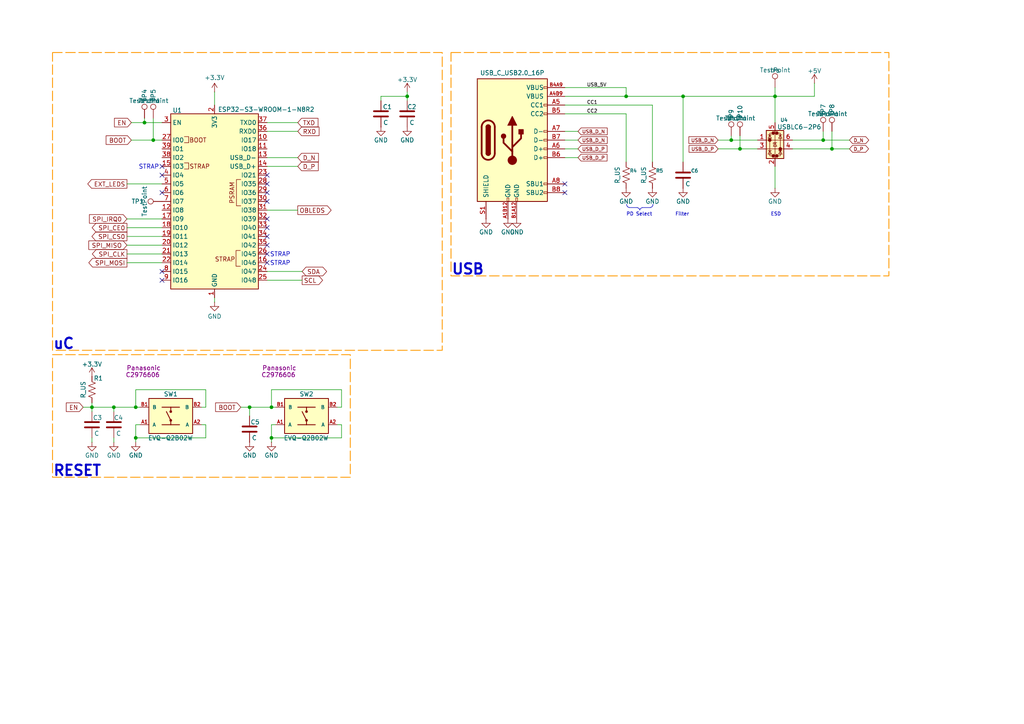
<source format=kicad_sch>
(kicad_sch (version 20250114) (generator "eeschema") (generator_version "9.0")
  (paper "A4")
  (title_block (title "Environment Module") (date "<<release-date>>") (rev "<<tag>>") (comment 1 "<<hash>>"))
  (lib_symbols
    (symbol "CRG Makes:ESP32-S3-WROOM-1-N8R2"
      (property "Reference" "U" (at -12.7 26.67 0))
      (property "Value" "ESP32-S3-WROOM-1-N8R2" (at 14.986 26.67 0))
      (symbol "ESP32-S3-WROOM-1-N8R2_0_0"
        (rectangle (start -12.7 25.4) (end 12.7 -25.4) (stroke (width 0.254)) (fill (type background)))
        (text "PSRAM" (at 5.08 2.54 900) (effects (font (size 1.27 1.27))))
      )
      (symbol "ESP32-S3-WROOM-1-N8R2_0_1"
        (polyline (pts (xy -8.763 17.018) (xy -7.493 17.018) (xy -7.493 18.796) (xy -8.763 18.796)))
        (polyline (pts (xy -8.763 9.398) (xy -7.493 9.398) (xy -7.493 11.176) (xy -8.763 11.176)))
        (polyline (pts (xy 7.493 -18.796) (xy 6.223 -18.796) (xy 6.223 -14.224) (xy 7.493 -14.224)))
        (polyline (pts (xy 7.62 -1.27) (xy 6.35 -1.27) (xy 6.35 6.35) (xy 7.62 6.35)))
      )
      (symbol "ESP32-S3-WROOM-1-N8R2_1_1"
        (text "BOOT" (at -4.826 17.78 0) (effects (font (size 1.27 1.27))))
        (text "STRAP" (at -4.318 10.16 0) (effects (font (size 1.27 1.27))))
        (text "STRAP" (at 3.048 -16.764 0) (effects (font (size 1.27 1.27))))
        (pin input line (at -15.24 22.86 0) (length 2.54) (name "EN") (number "3"))
        (pin bidirectional line (at -15.24 17.78 0) (length 2.54) (name "IO0") (number "27"))
        (pin bidirectional line (at -15.24 15.24 0) (length 2.54) (name "IO1") (number "39"))
        (pin bidirectional line (at -15.24 12.7 0) (length 2.54) (name "IO2") (number "38"))
        (pin bidirectional line (at -15.24 10.16 0) (length 2.54) (name "IO3") (number "15"))
        (pin bidirectional line (at -15.24 7.62 0) (length 2.54) (name "IO4") (number "4"))
        (pin bidirectional line (at -15.24 5.08 0) (length 2.54) (name "IO5") (number "5"))
        (pin bidirectional line (at -15.24 2.54 0) (length 2.54) (name "IO6") (number "6"))
        (pin bidirectional line (at -15.24 0 0) (length 2.54) (name "IO7") (number "7"))
        (pin bidirectional line (at -15.24 -2.54 0) (length 2.54) (name "IO8") (number "12"))
        (pin bidirectional line (at -15.24 -5.08 0) (length 2.54) (name "IO9") (number "17"))
        (pin bidirectional line (at -15.24 -7.62 0) (length 2.54) (name "IO10") (number "18"))
        (pin bidirectional line (at -15.24 -10.16 0) (length 2.54) (name "IO11") (number "19"))
        (pin bidirectional line (at -15.24 -12.7 0) (length 2.54) (name "IO12") (number "20"))
        (pin bidirectional line (at -15.24 -15.24 0) (length 2.54) (name "IO13") (number "21"))
        (pin bidirectional line (at -15.24 -17.78 0) (length 2.54) (name "IO14") (number "22"))
        (pin bidirectional line (at -15.24 -20.32 0) (length 2.54) (name "IO15") (number "8"))
        (pin bidirectional line (at -15.24 -22.86 0) (length 2.54) (name "IO16") (number "9"))
        (pin power_in line (at 0 27.94 270) (length 2.54) (name "3V3") (number "2"))
        (pin power_in line (at 0 -27.94 90) (length 2.54) (name "GND") (number "1"))
        (pin passive line (at 0 -27.94 90) (length 2.54) (hide yes) (name "GND") (number "40"))
        (pin passive line (at 0 -27.94 90) (length 2.54) (hide yes) (name "GND") (number "41"))
        (pin bidirectional line (at 15.24 22.86 180) (length 2.54) (name "TXD0") (number "37"))
        (pin bidirectional line (at 15.24 20.32 180) (length 2.54) (name "RXD0") (number "36"))
        (pin bidirectional line (at 15.24 17.78 180) (length 2.54) (name "IO17") (number "10"))
        (pin bidirectional line (at 15.24 15.24 180) (length 2.54) (name "IO18") (number "11"))
        (pin bidirectional line (at 15.24 12.7 180) (length 2.54) (name "USB_D-") (number "13"))
        (pin bidirectional line (at 15.24 10.16 180) (length 2.54) (name "USB_D+") (number "14"))
        (pin bidirectional line (at 15.24 7.62 180) (length 2.54) (name "IO21") (number "23"))
        (pin bidirectional line (at 15.24 5.08 180) (length 2.54) (name "IO35") (number "28"))
        (pin bidirectional line (at 15.24 2.54 180) (length 2.54) (name "IO36") (number "29"))
        (pin bidirectional line (at 15.24 0 180) (length 2.54) (name "IO37") (number "30"))
        (pin bidirectional line (at 15.24 -2.54 180) (length 2.54) (name "IO38") (number "31"))
        (pin bidirectional line (at 15.24 -5.08 180) (length 2.54) (name "IO39") (number "32"))
        (pin bidirectional line (at 15.24 -7.62 180) (length 2.54) (name "IO40") (number "33"))
        (pin bidirectional line (at 15.24 -10.16 180) (length 2.54) (name "IO41") (number "34"))
        (pin bidirectional line (at 15.24 -12.7 180) (length 2.54) (name "IO42") (number "35"))
        (pin bidirectional line (at 15.24 -15.24 180) (length 2.54) (name "IO45") (number "26"))
        (pin bidirectional line (at 15.24 -17.78 180) (length 2.54) (name "IO46") (number "16"))
        (pin bidirectional line (at 15.24 -20.32 180) (length 2.54) (name "IO47") (number "24"))
        (pin bidirectional line (at 15.24 -22.86 180) (length 2.54) (name "IO48") (number "25"))
      )
    )
    (symbol "CRGM Connector:USB_C_USB2.0_16P" (pin_names (offset 1.016))
      (property "Reference" "J" (at 0 22.225 0))
      (property "Value" "USB_C_USB2.0_16P" (at 0 19.685 0))
      (symbol "USB_C_USB2.0_16P_0_0"
        (rectangle (start -1.524 -16.764) (end -1.016 -17.78))
        (rectangle (start 1.016 -16.764) (end 1.524 -17.78))
        (rectangle (start 10.16 15.494) (end 9.144 14.986))
        (rectangle (start 10.16 10.414) (end 9.144 9.906))
        (rectangle (start 10.16 7.874) (end 9.144 7.366))
        (rectangle (start 10.16 2.794) (end 9.144 2.286))
        (rectangle (start 10.16 0.254) (end 9.144 -0.254))
        (rectangle (start 10.16 -2.286) (end 9.144 -2.794))
        (rectangle (start 10.16 -4.826) (end 9.144 -5.334))
        (rectangle (start 10.16 -12.446) (end 9.144 -12.954))
        (rectangle (start 10.16 -14.986) (end 9.144 -15.494))
      )
      (symbol "USB_C_USB2.0_16P_0_1"
        (rectangle (start -10.16 17.78) (end 10.16 -17.78) (stroke (width 0.254)) (fill (type background)))
        (polyline (pts (xy -8.89 -3.81) (xy -8.89 3.81)) (stroke (width 0.508)))
        (rectangle (start -7.62 -3.81) (end -6.35 3.81) (stroke (width 0.254)) (fill (type outline)))
        (arc (start -7.62 3.81) (mid -6.985 4.4423) (end -6.35 3.81) (stroke (width 0.254)))
        (arc (start -7.62 3.81) (mid -6.985 4.4423) (end -6.35 3.81) (stroke (width 0.254)) (fill (type outline)))
        (arc (start -8.89 3.81) (mid -6.985 5.7067) (end -5.08 3.81) (stroke (width 0.508)))
        (arc (start -5.08 -3.81) (mid -6.985 -5.7067) (end -8.89 -3.81) (stroke (width 0.508)))
        (arc (start -6.35 -3.81) (mid -6.985 -4.4423) (end -7.62 -3.81) (stroke (width 0.254)))
        (arc (start -6.35 -3.81) (mid -6.985 -4.4423) (end -7.62 -3.81) (stroke (width 0.254)) (fill (type outline)))
        (polyline (pts (xy -5.08 3.81) (xy -5.08 -3.81)) (stroke (width 0.508)))
        (circle (center -2.54 1.143) (radius 0.635) (stroke (width 0.254)) (fill (type outline)))
        (polyline (pts (xy -1.27 4.318) (xy 0 6.858) (xy 1.27 4.318) (xy -1.27 4.318)) (stroke (width 0.254)) (fill (type outline)))
        (polyline (pts (xy 0 -2.032) (xy 2.54 0.508) (xy 2.54 1.778)) (stroke (width 0.508)))
        (polyline (pts (xy 0 -3.302) (xy -2.54 -0.762) (xy -2.54 0.508)) (stroke (width 0.508)))
        (polyline (pts (xy 0 -5.842) (xy 0 4.318)) (stroke (width 0.508)))
        (circle (center 0 -5.842) (radius 1.27) (fill (type outline)))
        (rectangle (start 1.905 1.778) (end 3.175 3.048) (stroke (width 0.254)) (fill (type outline)))
      )
      (symbol "USB_C_USB2.0_16P_1_1"
        (pin passive line (at -7.62 -22.86 90) (length 5.08) (name "SHIELD") (number "S1"))
        (pin passive line (at -1.27 -22.86 90) (length 5.08) (name "GND") (number "A1B12"))
        (pin passive line (at 1.27 -22.86 90) (length 5.08) (name "GND") (number "B1A12"))
        (pin power_out line (at 15.24 15.24 180) (length 5.08) (name "VBUS") (number "B4A9"))
        (pin passive line (at 15.24 12.7 180) (length 5.08) (name "VBUS") (number "A4B9"))
        (pin bidirectional line (at 15.24 10.16 180) (length 5.08) (name "CC1") (number "A5"))
        (pin bidirectional line (at 15.24 7.62 180) (length 5.08) (name "CC2") (number "B5"))
        (pin bidirectional line (at 15.24 2.54 180) (length 5.08) (name "D-") (number "A7"))
        (pin bidirectional line (at 15.24 0 180) (length 5.08) (name "D-") (number "B7"))
        (pin bidirectional line (at 15.24 -2.54 180) (length 5.08) (name "D+") (number "A6"))
        (pin bidirectional line (at 15.24 -5.08 180) (length 5.08) (name "D+") (number "B6"))
        (pin bidirectional line (at 15.24 -12.7 180) (length 5.08) (name "SBU1") (number "A8"))
        (pin bidirectional line (at 15.24 -15.24 180) (length 5.08) (name "SBU2") (number "B8"))
      )
    )
    (symbol "CRGM Switches:EVQ-Q2B02W" (pin_names (offset 1.016))
      (property "Reference" "SW" (at -6.3593 5.5931 0))
      (property "Value" "EVQ-Q2B02W" (at -6.604 -7.112 0))
      (symbol "EVQ-Q2B02W_0_0"
        (rectangle (start -6.35 5.08) (end 6.35 -5.08) (stroke (width 0.254)) (fill (type background)))
        (polyline (pts (xy -2.54 2.54) (xy 0 2.54)) (stroke (width 0.254)))
        (polyline (pts (xy -2.54 -2.54) (xy 0 -2.54)) (stroke (width 0.254)))
        (polyline (pts (xy 0 2.54) (xy 2.54 2.54)) (stroke (width 0.254)))
        (circle (center 0 1.27) (radius 0.254) (stroke (width 0.254)))
        (polyline (pts (xy 0 1.27) (xy 0 2.54)) (stroke (width 0.254)))
        (polyline (pts (xy 0 -1.27) (xy -1.27 1.27)) (stroke (width 0.254)))
        (polyline (pts (xy 0 -1.27) (xy 0 -2.54)) (stroke (width 0.254)))
        (circle (center 0 -1.27) (radius 0.254) (stroke (width 0.254)))
        (polyline (pts (xy 0 -2.54) (xy 2.54 -2.54)) (stroke (width 0.254)))
      )
      (symbol "EVQ-Q2B02W_1_0"
        (pin passive line (at -8.89 2.54 0) (length 2.54) (name "B") (number "B1"))
        (pin passive line (at -8.89 -2.54 0) (length 2.54) (name "A") (number "A1"))
        (pin passive line (at 8.89 2.54 180) (length 2.54) (name "B") (number "B2"))
        (pin passive line (at 8.89 -2.54 180) (length 2.54) (name "A") (number "A2"))
      )
    )
    (symbol "Connector:TestPoint" (pin_numbers (hide yes)) (pin_names (offset 0.762) (hide yes))
      (property "Reference" "TP" (at 0 6.858 0))
      (property "Value" "TestPoint" (at 0 5.08 0))
      (symbol "TestPoint_0_1"
        (circle (center 0 3.302) (radius 0.762))
      )
      (symbol "TestPoint_1_1"
        (pin passive line (at 0 0 90) (length 2.54) (name "1") (number "1"))
      )
    )
    (symbol "Device:C" (pin_numbers (hide yes)) (pin_names (offset 0.254))
      (property "Reference" "C" (at 0.635 2.54 0))
      (property "Value" "C" (at 0.635 -2.54 0))
      (symbol "C_0_1"
        (polyline (pts (xy -2.032 0.762) (xy 2.032 0.762)) (stroke (width 0.508)))
        (polyline (pts (xy -2.032 -0.762) (xy 2.032 -0.762)) (stroke (width 0.508)))
      )
      (symbol "C_1_1"
        (pin passive line (at 0 3.81 270) (length 2.794) (name "~") (number "1"))
        (pin passive line (at 0 -3.81 90) (length 2.794) (name "~") (number "2"))
      )
    )
    (symbol "Device:R_US" (pin_numbers (hide yes)) (pin_names (offset 0))
      (property "Reference" "R" (at 2.54 0 90))
      (property "Value" "R_US" (at -2.54 0 90))
      (symbol "R_US_0_1"
        (polyline (pts (xy 0 2.286) (xy 0 2.54)))
        (polyline (pts (xy 0 2.286) (xy 1.016 1.905) (xy 0 1.524) (xy -1.016 1.143) (xy 0 0.762)))
        (polyline (pts (xy 0 0.762) (xy 1.016 0.381) (xy 0 0) (xy -1.016 -0.381) (xy 0 -0.762)))
        (polyline (pts (xy 0 -0.762) (xy 1.016 -1.143) (xy 0 -1.524) (xy -1.016 -1.905) (xy 0 -2.286)))
        (polyline (pts (xy 0 -2.286) (xy 0 -2.54)))
      )
      (symbol "R_US_1_1"
        (pin passive line (at 0 3.81 270) (length 1.27) (name "~") (number "1"))
        (pin passive line (at 0 -3.81 90) (length 1.27) (name "~") (number "2"))
      )
    )
    (symbol "Power_Protection:USBLC6-2P6" (pin_names (hide yes))
      (property "Reference" "U" (at 0.635 5.715 0))
      (property "Value" "USBLC6-2P6" (at 0.635 3.81 0))
      (symbol "USBLC6-2P6_0_0"
        (circle (center -1.524 0) (radius 0.0001) (stroke (width 0.508)))
        (circle (center -0.508 2.032) (radius 0.0001) (stroke (width 0.508)))
        (circle (center -0.508 -4.572) (radius 0.0001) (stroke (width 0.508)))
        (circle (center 0.508 2.032) (radius 0.0001) (stroke (width 0.508)))
        (circle (center 0.508 -4.572) (radius 0.0001) (stroke (width 0.508)))
        (circle (center 1.524 -2.54) (radius 0.0001) (stroke (width 0.508)))
      )
      (symbol "USBLC6-2P6_0_1"
        (polyline (pts (xy -2.54 0) (xy 2.54 0)))
        (polyline (pts (xy -2.54 -2.54) (xy 2.54 -2.54)))
        (polyline (pts (xy -2.032 0.508) (xy -1.016 0.508) (xy -1.524 1.524) (xy -2.032 0.508)))
        (polyline (pts (xy -2.032 -3.048) (xy -1.016 -3.048)))
        (polyline (pts (xy -1.016 1.524) (xy -2.032 1.524)))
        (polyline (pts (xy -1.016 -4.064) (xy -2.032 -4.064) (xy -1.524 -3.048) (xy -1.016 -4.064)))
        (polyline (pts (xy -0.508 -1.143) (xy -0.508 -0.762) (xy 0.508 -0.762)))
        (polyline (pts (xy 0 2.54) (xy -0.508 2.032) (xy 0.508 2.032) (xy 0 1.524) (xy 0 -4.064) (xy -0.508 -4.572) (xy 0.508 -4.572) (xy 0 -5.08)))
        (polyline (pts (xy 0.508 -1.778) (xy -0.508 -1.778) (xy 0 -0.762) (xy 0.508 -1.778)))
        (polyline (pts (xy 1.016 1.524) (xy 2.032 1.524)))
        (polyline (pts (xy 1.016 -3.048) (xy 2.032 -3.048)))
        (polyline (pts (xy 2.032 0.508) (xy 1.016 0.508) (xy 1.524 1.524) (xy 2.032 0.508)))
        (polyline (pts (xy 2.032 -4.064) (xy 1.016 -4.064) (xy 1.524 -3.048) (xy 2.032 -4.064)))
      )
      (symbol "USBLC6-2P6_1_1"
        (rectangle (start -2.54 2.794) (end 2.54 -5.334) (stroke (width 0.254)) (fill (type background)))
        (polyline (pts (xy -0.508 2.032) (xy -1.524 2.032) (xy -1.524 -4.572) (xy -0.508 -4.572)))
        (polyline (pts (xy 0.508 -4.572) (xy 1.524 -4.572) (xy 1.524 2.032) (xy 0.508 2.032)))
        (pin passive line (at -5.08 0 0) (length 2.54) (name "I/O1") (number "1"))
        (pin passive line (at -5.08 -2.54 0) (length 2.54) (name "I/O2") (number "3"))
        (pin passive line (at 0 5.08 270) (length 2.54) (name "VBUS") (number "5"))
        (pin passive line (at 0 -7.62 90) (length 2.54) (name "GND") (number "2"))
        (pin passive line (at 5.08 0 180) (length 2.54) (name "I/O1") (number "6"))
        (pin passive line (at 5.08 -2.54 180) (length 2.54) (name "I/O2") (number "4"))
      )
    )
    (symbol "power:+3.3V" (power) (pin_numbers (hide yes)) (pin_names (offset 0) (hide yes))
      (property "Value" "+3.3V" (at 0 3.556 0))
      (symbol "+3.3V_0_1"
        (polyline (pts (xy -0.762 1.27) (xy 0 2.54)))
        (polyline (pts (xy 0 2.54) (xy 0.762 1.27)))
        (polyline (pts (xy 0 0) (xy 0 2.54)))
      )
      (symbol "+3.3V_1_1"
        (pin power_in line (at 0 0 90) (length 0) (name "~") (number "1"))
      )
    )
    (symbol "power:+5V" (power) (pin_numbers (hide yes)) (pin_names (offset 0) (hide yes))
      (property "Value" "+5V" (at 0 3.556 0))
      (symbol "+5V_0_1"
        (polyline (pts (xy -0.762 1.27) (xy 0 2.54)))
        (polyline (pts (xy 0 2.54) (xy 0.762 1.27)))
        (polyline (pts (xy 0 0) (xy 0 2.54)))
      )
      (symbol "+5V_1_1"
        (pin power_in line (at 0 0 90) (length 0) (name "~") (number "1"))
      )
    )
    (symbol "power:GND" (power) (pin_numbers (hide yes)) (pin_names (offset 0) (hide yes))
      (property "Value" "GND" (at 0 -3.81 0))
      (symbol "GND_0_1"
        (polyline (pts (xy 0 0) (xy 0 -1.27) (xy 1.27 -1.27) (xy 0 -2.54) (xy -1.27 -1.27) (xy 0 -1.27)))
      )
      (symbol "GND_1_1"
        (pin power_in line (at 0 0 270) (length 0) (name "~") (number "1"))
      )
    )
  )
  (rectangle (start 15.24 102.87) (end 101.6 138.43) (stroke (width 0.254) (type dash) (color 255 153 0 1)))
  (rectangle (start 130.81 15.24) (end 257.81 80.01) (stroke (width 0.254) (type dash) (color 255 153 0 1)))
  (rectangle (start 15.24 15.24) (end 128.27 101.6) (stroke (width 0.254) (type dash) (color 255 153 0 1)))
  (text "RESET" (at 15.24 138.43 0) (effects (font (size 3 3) (thickness 0.6) (bold yes)) (justify left bottom)))
  (text "PD Select" (at 185.42 62.23 0) (effects (font (size 1 1))))
  (text "Filter" (at 197.866 62.23 0) (effects (font (size 1 1))))
  (text "STRAP" (at 43.18 48.514 0) (effects (font (size 1.27 1.27))))
  (text "ESD" (at 225.044 62.23 0) (effects (font (size 1 1))))
  (text "USB" (exclude_from_sim yes) (at 130.81 80.01 0) (effects (font (size 3 3) (thickness 0.6) (bold yes)) (justify left bottom)))
  (text "uC" (at 15.24 101.6 0) (effects (font (size 3 3) (thickness 0.6) (bold yes)) (justify left bottom)))
  (text "STRAP" (at 81.28 76.454 0) (effects (font (size 1.27 1.27))))
  (text "{" (at 185.166 60.452 90) (effects (font (size 5 5))))
  (text "STRAP" (at 81.28 73.914 0) (effects (font (size 1.27 1.27))))
  (junction (at 238.76 40.64))
  (junction (at 39.37 118.11))
  (junction (at 181.61 27.94))
  (junction (at 214.63 43.18))
  (junction (at 72.39 118.11))
  (junction (at 26.67 118.11))
  (junction (at 39.37 127))
  (junction (at 78.74 127))
  (junction (at 224.79 27.94))
  (junction (at 241.3 43.18))
  (junction (at 78.74 118.11))
  (junction (at 198.12 27.94))
  (junction (at 212.09 40.64))
  (junction (at 33.02 118.11))
  (junction (at 118.11 27.94))
  (junction (at 41.91 35.56))
  (junction (at 44.45 40.64))
  (no_connect (at 77.47 71.12))
  (no_connect (at 46.99 55.88))
  (no_connect (at 46.99 50.8))
  (no_connect (at 77.47 66.04))
  (no_connect (at 163.83 55.88))
  (no_connect (at 77.47 63.5))
  (no_connect (at 77.47 68.58))
  (no_connect (at 77.47 53.34))
  (no_connect (at 46.99 48.26))
  (no_connect (at 77.47 76.2))
  (no_connect (at 77.47 73.66))
  (no_connect (at 77.47 58.42))
  (no_connect (at 77.47 50.8))
  (no_connect (at 46.99 78.74))
  (no_connect (at 46.99 81.28))
  (no_connect (at 77.47 55.88))
  (no_connect (at 163.83 53.34))
  (wire (pts (xy 36.83 73.66) (xy 46.99 73.66)))
  (wire (pts (xy 99.06 113.03) (xy 78.74 113.03)))
  (wire (pts (xy 62.23 26.67) (xy 62.23 30.48)))
  (wire (pts (xy 77.47 81.28) (xy 87.63 81.28)))
  (wire (pts (xy 224.79 27.94) (xy 224.79 35.56)))
  (wire (pts (xy 99.06 123.19) (xy 99.06 127)))
  (wire (pts (xy 72.39 118.11) (xy 72.39 120.65)))
  (wire (pts (xy 69.85 118.11) (xy 72.39 118.11)))
  (wire (pts (xy 26.67 118.11) (xy 26.67 119.38)))
  (wire (pts (xy 36.83 71.12) (xy 46.99 71.12)))
  (wire (pts (xy 39.37 128.27) (xy 39.37 127)))
  (wire (pts (xy 229.87 40.64) (xy 238.76 40.64)))
  (wire (pts (xy 181.61 33.02) (xy 181.61 46.99)))
  (wire (pts (xy 36.83 53.34) (xy 46.99 53.34)))
  (wire (pts (xy 78.74 123.19) (xy 78.74 127)))
  (wire (pts (xy 238.76 38.1) (xy 238.76 40.64)))
  (wire (pts (xy 78.74 113.03) (xy 78.74 118.11)))
  (wire (pts (xy 97.79 123.19) (xy 99.06 123.19)))
  (wire (pts (xy 59.69 118.11) (xy 59.69 113.03)))
  (wire (pts (xy 224.79 25.4) (xy 224.79 27.94)))
  (wire (pts (xy 198.12 46.99) (xy 198.12 27.94)))
  (wire (pts (xy 208.28 40.64) (xy 212.09 40.64)))
  (wire (pts (xy 181.61 25.4) (xy 181.61 27.94)))
  (wire (pts (xy 97.79 118.11) (xy 99.06 118.11)))
  (wire (pts (xy 33.02 118.11) (xy 33.02 119.38)))
  (wire (pts (xy 198.12 27.94) (xy 224.79 27.94)))
  (wire (pts (xy 78.74 118.11) (xy 80.01 118.11)))
  (wire (pts (xy 77.47 45.72) (xy 86.36 45.72)))
  (wire (pts (xy 214.63 43.18) (xy 219.71 43.18)))
  (wire (pts (xy 59.69 127) (xy 39.37 127)))
  (wire (pts (xy 110.49 27.94) (xy 118.11 27.94)))
  (wire (pts (xy 163.83 27.94) (xy 181.61 27.94)))
  (wire (pts (xy 59.69 113.03) (xy 39.37 113.03)))
  (wire (pts (xy 110.49 27.94) (xy 110.49 29.21)))
  (wire (pts (xy 163.83 25.4) (xy 181.61 25.4)))
  (wire (pts (xy 41.91 34.29) (xy 41.91 35.56)))
  (wire (pts (xy 77.47 60.96) (xy 86.36 60.96)))
  (wire (pts (xy 241.3 38.1) (xy 241.3 43.18)))
  (wire (pts (xy 163.83 38.1) (xy 167.64 38.1)))
  (wire (pts (xy 44.45 40.64) (xy 46.99 40.64)))
  (wire (pts (xy 181.61 27.94) (xy 198.12 27.94)))
  (wire (pts (xy 189.23 30.48) (xy 189.23 46.99)))
  (wire (pts (xy 24.13 118.11) (xy 26.67 118.11)))
  (wire (pts (xy 229.87 43.18) (xy 241.3 43.18)))
  (wire (pts (xy 59.69 123.19) (xy 59.69 127)))
  (wire (pts (xy 41.91 35.56) (xy 46.99 35.56)))
  (wire (pts (xy 58.42 118.11) (xy 59.69 118.11)))
  (wire (pts (xy 212.09 39.37) (xy 212.09 40.64)))
  (wire (pts (xy 39.37 113.03) (xy 39.37 118.11)))
  (wire (pts (xy 99.06 118.11) (xy 99.06 113.03)))
  (wire (pts (xy 77.47 38.1) (xy 86.36 38.1)))
  (wire (pts (xy 163.83 45.72) (xy 167.64 45.72)))
  (wire (pts (xy 80.01 123.19) (xy 78.74 123.19)))
  (wire (pts (xy 163.83 40.64) (xy 167.64 40.64)))
  (wire (pts (xy 39.37 123.19) (xy 40.64 123.19)))
  (wire (pts (xy 241.3 43.18) (xy 246.38 43.18)))
  (wire (pts (xy 38.1 35.56) (xy 41.91 35.56)))
  (wire (pts (xy 77.47 35.56) (xy 86.36 35.56)))
  (wire (pts (xy 224.79 27.94) (xy 236.22 27.94)))
  (wire (pts (xy 39.37 127) (xy 39.37 123.19)))
  (wire (pts (xy 36.83 66.04) (xy 46.99 66.04)))
  (wire (pts (xy 118.11 26.67) (xy 118.11 27.94)))
  (wire (pts (xy 118.11 27.94) (xy 118.11 29.21)))
  (wire (pts (xy 39.37 118.11) (xy 40.64 118.11)))
  (wire (pts (xy 58.42 123.19) (xy 59.69 123.19)))
  (wire (pts (xy 36.83 63.5) (xy 46.99 63.5)))
  (wire (pts (xy 26.67 118.11) (xy 33.02 118.11)))
  (wire (pts (xy 236.22 24.13) (xy 236.22 27.94)))
  (wire (pts (xy 36.83 76.2) (xy 46.99 76.2)))
  (wire (pts (xy 33.02 118.11) (xy 39.37 118.11)))
  (wire (pts (xy 163.83 43.18) (xy 167.64 43.18)))
  (wire (pts (xy 33.02 128.27) (xy 33.02 127)))
  (wire (pts (xy 163.83 30.48) (xy 189.23 30.48)))
  (wire (pts (xy 212.09 40.64) (xy 219.71 40.64)))
  (wire (pts (xy 99.06 127) (xy 78.74 127)))
  (wire (pts (xy 77.47 78.74) (xy 87.63 78.74)))
  (wire (pts (xy 72.39 118.11) (xy 78.74 118.11)))
  (wire (pts (xy 77.47 48.26) (xy 86.36 48.26)))
  (wire (pts (xy 78.74 127) (xy 78.74 128.27)))
  (wire (pts (xy 38.1 40.64) (xy 44.45 40.64)))
  (wire (pts (xy 208.28 43.18) (xy 214.63 43.18)))
  (wire (pts (xy 26.67 116.84) (xy 26.67 118.11)))
  (wire (pts (xy 224.79 54.61) (xy 224.79 48.26)))
  (wire (pts (xy 62.23 87.63) (xy 62.23 86.36)))
  (wire (pts (xy 238.76 40.64) (xy 246.38 40.64)))
  (wire (pts (xy 44.45 34.29) (xy 44.45 40.64)))
  (wire (pts (xy 36.83 68.58) (xy 46.99 68.58)))
  (wire (pts (xy 214.63 39.37) (xy 214.63 43.18)))
  (wire (pts (xy 26.67 128.27) (xy 26.67 127)))
  (wire (pts (xy 163.83 33.02) (xy 181.61 33.02)))
  (label "CC1" (at 170.18 30.48 0) (effects (font (size 1 1))))
  (label "CC2" (at 170.18 33.02 0) (effects (font (size 1 1))))
  (label "USB_5V" (at 170.18 25.4 0) (effects (font (size 1 1))))
  (global_label "USB_D_N" (shape input) (at 167.64 38.1 0) (effects (font (size 1 1))) (property "Intersheetrefs" "${INTERSHEET_REFS}" (at 178.9709 38.1 0) (effects (justify left))))
  (global_label "SPI_IRQ0" (shape input) (at 36.83 63.5 180) (property "Intersheetrefs" "${INTERSHEET_REFS}" (at 25.3781 63.5 0) (effects (justify right))))
  (global_label "SPI_CS0" (shape output) (at 36.83 68.58 180) (property "Intersheetrefs" "${INTERSHEET_REFS}" (at 26.1039 68.58 0) (effects (justify right))))
  (global_label "SCL" (shape output) (at 87.63 81.28 0) (property "Intersheetrefs" "${INTERSHEET_REFS}" (at 94.1228 81.28 0) (effects (justify left))))
  (global_label "SPI_MISO" (shape input) (at 36.83 71.12 180) (property "Intersheetrefs" "${INTERSHEET_REFS}" (at 25.1967 71.12 0) (effects (justify right))))
  (global_label "USB_D_N" (shape input) (at 167.64 40.64 0) (effects (font (size 1 1))) (property "Intersheetrefs" "${INTERSHEET_REFS}" (at 178.9709 40.64 0) (effects (justify left))))
  (global_label "SPI_CE0" (shape output) (at 36.83 66.04 180) (property "Intersheetrefs" "${INTERSHEET_REFS}" (at 26.1644 66.04 0) (effects (justify right))))
  (global_label "SDA" (shape bidirectional) (at 87.63 78.74 0) (property "Intersheetrefs" "${INTERSHEET_REFS}" (at 95.2946 78.74 0) (effects (justify left))))
  (global_label "D_N" (shape input) (at 86.36 45.72 0) (property "Intersheetrefs" "${INTERSHEET_REFS}" (at 92.9133 45.72 0) (effects (justify left))))
  (global_label "D_P" (shape input) (at 86.36 48.26 0) (property "Intersheetrefs" "${INTERSHEET_REFS}" (at 92.8528 48.26 0) (effects (justify left))))
  (global_label "SPI_CLK" (shape output) (at 36.83 73.66 180) (property "Intersheetrefs" "${INTERSHEET_REFS}" (at 26.2248 73.66 0) (effects (justify right))))
  (global_label "SPI_MOSI" (shape output) (at 36.83 76.2 180) (property "Intersheetrefs" "${INTERSHEET_REFS}" (at 25.1967 76.2 0) (effects (justify right))))
  (global_label "D_N" (shape bidirectional) (at 246.38 40.64 0) (effects (font (size 1 1))) (property "Intersheetrefs" "${INTERSHEET_REFS}" (at 252.4148 40.64 0) (effects (justify left))))
  (global_label "EXT_LEDS" (shape output) (at 36.83 53.34 180) (property "Intersheetrefs" "${INTERSHEET_REFS}" (at 24.8945 53.34 0) (effects (justify right))))
  (global_label "D_P" (shape bidirectional) (at 246.38 43.18 0) (effects (font (size 1 1))) (property "Intersheetrefs" "${INTERSHEET_REFS}" (at 252.3672 43.18 0) (effects (justify left))))
  (global_label "EN" (shape input) (at 38.1 35.56 180) (property "Intersheetrefs" "${INTERSHEET_REFS}" (at 32.6353 35.56 0) (effects (justify right))))
  (global_label "USB_D_N" (shape input) (at 208.28 40.64 180) (effects (font (size 1 1))) (property "Intersheetrefs" "${INTERSHEET_REFS}" (at 196.9491 40.64 0) (effects (justify right))))
  (global_label "USB_D_P" (shape input) (at 167.64 43.18 0) (effects (font (size 1 1))) (property "Intersheetrefs" "${INTERSHEET_REFS}" (at 178.9104 43.18 0) (effects (justify left))))
  (global_label "BOOT" (shape input) (at 69.85 118.11 180) (property "Intersheetrefs" "${INTERSHEET_REFS}" (at 61.9662 118.11 0) (effects (justify right))))
  (global_label "EN" (shape input) (at 24.13 118.11 180) (property "Intersheetrefs" "${INTERSHEET_REFS}" (at 18.6653 118.11 0) (effects (justify right))))
  (global_label "OBLEDS" (shape output) (at 86.36 60.96 0) (property "Intersheetrefs" "${INTERSHEET_REFS}" (at 96.6023 60.96 0) (effects (justify left))))
  (global_label "USB_D_P" (shape input) (at 167.64 45.72 0) (effects (font (size 1 1))) (property "Intersheetrefs" "${INTERSHEET_REFS}" (at 178.9104 45.72 0) (effects (justify left))))
  (global_label "TXD" (shape input) (at 86.36 35.56 0) (property "Intersheetrefs" "${INTERSHEET_REFS}" (at 92.7923 35.56 0) (effects (justify left))))
  (global_label "RXD" (shape input) (at 86.36 38.1 0) (property "Intersheetrefs" "${INTERSHEET_REFS}" (at 93.0947 38.1 0) (effects (justify left))))
  (global_label "BOOT" (shape input) (at 38.1 40.64 180) (property "Intersheetrefs" "${INTERSHEET_REFS}" (at 30.2162 40.64 0) (effects (justify right))))
  (global_label "USB_D_P" (shape input) (at 208.28 43.18 180) (effects (font (size 1 1))) (property "Intersheetrefs" "${INTERSHEET_REFS}" (at 197.0096 43.18 0) (effects (justify right))))
  (symbol (lib_id "power:+3.3V") (at 26.67 109.22 0) (unit 1)
    (property "Reference" "#PWR06" (effects (hide yes)))
    (property "Value" "+3.3V" (at 26.67 105.664 0))
    (property "Description" "Power symbol creates a global label with name \"+3.3V\"" (effects (hide yes)))
  )
  (symbol (lib_id "Connector:TestPoint") (at 214.63 39.37 0) (unit 1)
    (property "Reference" "TP10" (at 214.63 35.306 90) (effects (justify left)))
    (property "Value" "TestPoint" (at 214.63 34.29 0))
    (property "Description" "test point" (effects (hide yes)))
  )
  (symbol (lib_id "power:GND") (at 78.74 128.27 0) (unit 1)
    (property "Reference" "#PWR010" (effects (hide yes)))
    (property "Value" "GND" (at 78.74 132.08 0))
    (property "Description" "Power symbol creates a global label with name \"GND\" , ground" (effects (hide yes)))
  )
  (symbol (lib_id "Connector:TestPoint") (at 212.09 39.37 0) (unit 1)
    (property "Reference" "TP9" (at 212.09 35.306 90) (effects (justify left)))
    (property "Value" "TestPoint" (at 212.09 34.29 0))
    (property "Description" "test point" (effects (hide yes)))
  )
  (symbol (lib_id "Device:C") (at 72.39 124.46 0) (unit 1)
    (property "Reference" "C5" (at 72.644 122.428 0) (effects (justify left)))
    (property "Value" "C" (at 73.025 127 0) (effects (justify left)))
    (property "Description" "Unpolarized capacitor" (effects (hide yes)))
  )
  (symbol (lib_id "power:GND") (at 189.23 54.61 0) (unit 1)
    (property "Reference" "#PWR031" (effects (hide yes)))
    (property "Value" "GND" (at 189.23 58.42 0))
    (property "Description" "Power symbol creates a global label with name \"GND\" , ground" (effects (hide yes)))
  )
  (symbol (lib_id "Connector:TestPoint") (at 46.99 58.42 90) (unit 1)
    (property "Reference" "TP1" (at 38.1 58.42 90) (effects (justify right)))
    (property "Value" "TestPoint" (at 41.91 58.42 0))
    (property "Description" "test point" (effects (hide yes)))
  )
  (symbol (lib_id "Power_Protection:USBLC6-2P6") (at 224.79 40.64 0) (unit 1)
    (property "Reference" "U4" (at 226.314 34.798 0) (effects (font (size 1 1)) (justify left)))
    (property "Value" "USBLC6-2P6" (at 225.425 36.83 0) (effects (justify left)))
    (property "Footprint" "Package_TO_SOT_SMD:SOT-666" (effects (hide yes)))
    (property "Datasheet" "https://www.st.com/resource/en/datasheet/usblc6-2.pdf" (effects (hide yes)))
    (property "Description" "Very low capacitance ESD protection diode, 2 data-line, SOT-666" (effects (hide yes)))
  )
  (symbol (lib_id "Connector:TestPoint") (at 238.76 38.1 0) (unit 1)
    (property "Reference" "TP7" (at 238.76 33.782 90) (effects (justify left)))
    (property "Value" "TestPoint" (at 238.76 33.02 0))
    (property "Description" "test point" (effects (hide yes)))
  )
  (symbol (lib_id "Device:C") (at 198.12 50.8 0) (unit 1)
    (property "Reference" "C6" (at 200.406 49.53 0) (effects (font (size 1 1)) (justify left)))
    (property "Value" "C" (at 198.755 53.34 0) (effects (justify left)))
    (property "Description" "Unpolarized capacitor" (effects (hide yes)))
  )
  (symbol (lib_id "power:+3.3V") (at 62.23 26.67 0) (unit 1)
    (property "Reference" "#PWR01" (effects (hide yes)))
    (property "Value" "+3.3V" (at 62.23 22.5369 0))
    (property "Description" "Power symbol creates a global label with name \"+3.3V\"" (effects (hide yes)))
  )
  (symbol (lib_id "Device:C") (at 118.11 33.02 0) (unit 1)
    (property "Reference" "C2" (at 118.11 30.988 0) (effects (justify left)))
    (property "Value" "C" (at 118.745 35.56 0) (effects (justify left)))
    (property "Description" "Unpolarized capacitor" (effects (hide yes)))
  )
  (symbol (lib_id "power:GND") (at 147.32 63.5 0) (unit 1)
    (property "Reference" "#PWR036" (effects (hide yes)))
    (property "Value" "GND" (at 147.32 67.31 0))
    (property "Description" "Power symbol creates a global label with name \"GND\" , ground" (effects (hide yes)))
  )
  (symbol (lib_id "power:GND") (at 72.39 128.27 0) (unit 1)
    (property "Reference" "#PWR011" (effects (hide yes)))
    (property "Value" "GND" (at 72.39 132.08 0))
    (property "Description" "Power symbol creates a global label with name \"GND\" , ground" (effects (hide yes)))
  )
  (symbol (lib_id "Connector:TestPoint") (at 41.91 34.29 0) (unit 1)
    (property "Reference" "TP4" (at 41.91 29.464 90) (effects (justify left)))
    (property "Value" "TestPoint" (at 41.91 29.21 0))
    (property "Description" "test point" (effects (hide yes)))
  )
  (symbol (lib_id "Device:R_US") (at 26.67 113.03 0) (unit 1)
    (property "Reference" "R1" (at 27.178 109.728 0) (effects (justify left)))
    (property "Value" "R_US" (at 24.13 113.03 90))
    (property "Description" "Resistor, US symbol" (effects (hide yes)))
  )
  (symbol (lib_id "power:GND") (at 224.79 54.61 0) (unit 1)
    (property "Reference" "#PWR033" (effects (hide yes)))
    (property "Value" "GND" (at 224.79 58.42 0))
    (property "Description" "Power symbol creates a global label with name \"GND\" , ground" (effects (hide yes)))
  )
  (symbol (lib_id "power:+5V") (at 236.22 24.13 0) (unit 1)
    (property "Reference" "#PWR026" (effects (hide yes)))
    (property "Value" "+5V" (at 236.22 20.574 0))
    (property "Description" "Power symbol creates a global label with name \"+5V\"" (effects (hide yes)))
  )
  (symbol (lib_id "CRGM Switches:EVQ-Q2B02W") (at 88.9 120.65 0) (unit 1)
    (property "Reference" "SW2" (at 88.9 114.3 0))
    (property "Value" "EVQ-Q2B02W" (at 82.296 127.762 0) (effects (justify left bottom)))
    (property "Footprint" "CRGM Switches:EVQ-Q2B02W" (effects (hide yes)))
    (property "Datasheet" "https://4donline.ihs.com/images/VipMasterIC/IC/PANA/PANA-S-A0000770395/PANA-S-A0000770395-1.pdf?hkey=CECEF36DEECDED6468708AAF2E19C0C6" (effects (hide yes)))
    (property "Description" "Tactile Switch; SPST; 6mm Sqr SMD; OF=0.5N; Hgt=2.5mm; White; No Gnd" (effects (hide yes)))
    (property "Package" "SMD, 6MM SQ" (effects (hide yes)))
    (property "MPN" "EVQ-Q2B02W" (effects (hide yes)))
    (property "MF" "Panasonic" (at 81.026 107.442 0) (effects (justify bottom)))
    (property "LCSC_PN" "C2976606" (at 80.772 108.712 0))
  )
  (symbol (lib_id "power:GND") (at 118.11 36.83 0) (unit 1)
    (property "Reference" "#PWR04" (effects (hide yes)))
    (property "Value" "GND" (at 118.11 40.64 0))
    (property "Description" "Power symbol creates a global label with name \"GND\" , ground" (effects (hide yes)))
  )
  (symbol (lib_id "Device:C") (at 26.67 123.19 0) (unit 1)
    (property "Reference" "C3" (at 26.924 121.158 0) (effects (justify left)))
    (property "Value" "C" (at 27.305 125.73 0) (effects (justify left)))
    (property "Description" "Unpolarized capacitor" (effects (hide yes)))
  )
  (symbol (lib_id "Device:R_US") (at 189.23 50.8 0) (unit 1)
    (property "Reference" "R5" (at 190.246 49.53 0) (effects (font (size 1 1)) (justify left)))
    (property "Value" "R_US" (at 186.69 50.8 90))
    (property "Description" "Resistor, US symbol" (effects (hide yes)))
  )
  (symbol (lib_id "power:GND") (at 26.67 128.27 0) (unit 1)
    (property "Reference" "#PWR07" (effects (hide yes)))
    (property "Value" "GND" (at 26.67 132.08 0))
    (property "Description" "Power symbol creates a global label with name \"GND\" , ground" (effects (hide yes)))
  )
  (symbol (lib_id "CRGM Switches:EVQ-Q2B02W") (at 49.53 120.65 0) (unit 1)
    (property "Reference" "SW1" (at 49.53 114.3 0))
    (property "Value" "EVQ-Q2B02W" (at 42.926 127.762 0) (effects (justify left bottom)))
    (property "Footprint" "CRGM Switches:EVQ-Q2B02W" (effects (hide yes)))
    (property "Datasheet" "https://4donline.ihs.com/images/VipMasterIC/IC/PANA/PANA-S-A0000770395/PANA-S-A0000770395-1.pdf?hkey=CECEF36DEECDED6468708AAF2E19C0C6" (effects (hide yes)))
    (property "Description" "Tactile Switch; SPST; 6mm Sqr SMD; OF=0.5N; Hgt=2.5mm; White; No Gnd" (effects (hide yes)))
    (property "Package" "SMD, 6MM SQ" (effects (hide yes)))
    (property "MPN" "EVQ-Q2B02W" (effects (hide yes)))
    (property "MF" "Panasonic" (at 41.656 107.442 0) (effects (justify bottom)))
    (property "LCSC_PN" "C2976606" (at 41.402 108.712 0))
  )
  (symbol (lib_id "power:GND") (at 110.49 36.83 0) (unit 1)
    (property "Reference" "#PWR03" (effects (hide yes)))
    (property "Value" "GND" (at 110.49 40.64 0))
    (property "Description" "Power symbol creates a global label with name \"GND\" , ground" (effects (hide yes)))
  )
  (symbol (lib_id "power:GND") (at 149.86 63.5 0) (unit 1)
    (property "Reference" "#PWR037" (effects (hide yes)))
    (property "Value" "GND" (at 149.86 67.31 0))
    (property "Description" "Power symbol creates a global label with name \"GND\" , ground" (effects (hide yes)))
  )
  (symbol (lib_id "power:GND") (at 62.23 87.63 0) (unit 1)
    (property "Reference" "#PWR05" (effects (hide yes)))
    (property "Value" "GND" (at 62.23 91.7631 0))
    (property "Description" "Power symbol creates a global label with name \"GND\" , ground" (effects (hide yes)))
  )
  (symbol (lib_id "Connector:TestPoint") (at 224.79 25.4 0) (unit 1)
    (property "Reference" "TP6" (at 223.266 20.574 0) (effects (font (size 1 1)) (justify left)))
    (property "Value" "TestPoint" (at 224.79 20.32 0))
    (property "Description" "test point" (effects (hide yes)))
  )
  (symbol (lib_id "Connector:TestPoint") (at 241.3 38.1 0) (unit 1)
    (property "Reference" "TP8" (at 241.3 33.782 90) (effects (justify left)))
    (property "Value" "TestPoint" (at 241.3 33.02 0))
    (property "Description" "test point" (effects (hide yes)))
  )
  (symbol (lib_id "power:GND") (at 181.61 54.61 0) (unit 1)
    (property "Reference" "#PWR030" (effects (hide yes)))
    (property "Value" "GND" (at 181.61 58.42 0))
    (property "Description" "Power symbol creates a global label with name \"GND\" , ground" (effects (hide yes)))
  )
  (symbol (lib_id "power:GND") (at 140.97 63.5 0) (unit 1)
    (property "Reference" "#PWR035" (effects (hide yes)))
    (property "Value" "GND" (at 140.97 67.31 0))
    (property "Description" "Power symbol creates a global label with name \"GND\" , ground" (effects (hide yes)))
  )
  (symbol (lib_id "CRGM Connector:USB_C_USB2.0_16P") (at 148.59 40.64 0) (unit 1)
    (property "Reference" "J3" (effects (hide yes)))
    (property "Value" "USB_C_USB2.0_16P" (at 148.59 21.1399 0))
    (property "Footprint" "CRGM Connector:GCT_USB4105-GF-A" (effects (hide yes)))
    (property "Datasheet" "https://www.usb.org/sites/default/files/documents/usb_type-c.zip" (effects (hide yes)))
    (property "Description" "USB 2.0-only 16P Type-C Receptacle connector" (effects (hide yes)))
    (property "MN" "GTC" (effects (hide yes)))
    (property "MPN" "USB4105-GF-A-060" (effects (hide yes)))
    (property "Mouser" "640-USB4105-GF-A-060" (effects (hide yes)))
    (property "Digikey" "2073-USB4105-GF-A-060TR-ND" (effects (hide yes)))
    (property "LCSC" "C165948" (effects (hide yes)))
  )
  (symbol (lib_id "Device:C") (at 110.49 33.02 0) (unit 1)
    (property "Reference" "C1" (at 110.998 30.988 0) (effects (justify left)))
    (property "Value" "C" (at 111.125 35.56 0) (effects (justify left)))
    (property "Description" "Unpolarized capacitor" (effects (hide yes)))
  )
  (symbol (lib_id "power:GND") (at 33.02 128.27 0) (unit 1)
    (property "Reference" "#PWR08" (effects (hide yes)))
    (property "Value" "GND" (at 33.02 132.08 0))
    (property "Description" "Power symbol creates a global label with name \"GND\" , ground" (effects (hide yes)))
  )
  (symbol (lib_id "Device:C") (at 33.02 123.19 0) (unit 1)
    (property "Reference" "C4" (at 33.02 121.158 0) (effects (justify left)))
    (property "Value" "C" (at 33.655 125.73 0) (effects (justify left)))
    (property "Description" "Unpolarized capacitor" (effects (hide yes)))
  )
  (symbol (lib_id "power:GND") (at 198.12 54.61 0) (unit 1)
    (property "Reference" "#PWR032" (effects (hide yes)))
    (property "Value" "GND" (at 198.12 58.42 0))
    (property "Description" "Power symbol creates a global label with name \"GND\" , ground" (effects (hide yes)))
  )
  (symbol (lib_id "Connector:TestPoint") (at 44.45 34.29 0) (unit 1)
    (property "Reference" "TP5" (at 44.45 29.464 90) (effects (justify left)))
    (property "Value" "TestPoint" (at 44.45 29.21 0))
    (property "Description" "test point" (effects (hide yes)))
  )
  (symbol (lib_id "Device:R_US") (at 181.61 50.8 0) (unit 1)
    (property "Reference" "R4" (at 182.626 49.53 0) (effects (font (size 1 1)) (justify left)))
    (property "Value" "R_US" (at 179.07 50.8 90))
    (property "Description" "Resistor, US symbol" (effects (hide yes)))
  )
  (symbol (lib_id "CRG Makes:ESP32-S3-WROOM-1-N8R2") (at 62.23 58.42 0) (unit 1)
    (property "Reference" "U1" (at 50.038 32.004 0) (effects (justify left)))
    (property "Value" "ESP32-S3-WROOM-1-N8R2" (at 77.216 31.75 0))
    (property "Footprint" "CRG Makes:ESP32-S3-WROOM-1-N8R2" (effects (hide yes)))
    (property "Datasheet" "https://www.espressif.com/sites/default/files/documentation/esp32-s3-wroom-1_wroom-1u_datasheet_en.pdf" (effects (hide yes)))
    (property "Description" "RF Module, ESP32-S3 SoC, 8MB Flash, 2MB PSRAM, Wi-Fi 802.11b/g/n, Bluetooth, BLE, 32-bit, 3.3V, onboard antenna, SMD" (effects (hide yes)))
    (property "Mouser" "356-ESP32-S3WRM1N8R2" (effects (hide yes)))
    (property "Digikey" "5407-ESP32-S3-WROOM-1-N8R2-ND" (effects (hide yes)))
    (property "LCSC" "C2913204" (effects (hide yes)))
  )
  (symbol (lib_id "power:GND") (at 39.37 128.27 0) (unit 1)
    (property "Reference" "#PWR09" (effects (hide yes)))
    (property "Value" "GND" (at 39.37 132.08 0))
    (property "Description" "Power symbol creates a global label with name \"GND\" , ground" (effects (hide yes)))
  )
  (symbol (lib_id "power:+3.3V") (at 118.11 26.67 0) (unit 1)
    (property "Reference" "#PWR02" (effects (hide yes)))
    (property "Value" "+3.3V" (at 118.11 23.114 0))
    (property "Description" "Power symbol creates a global label with name \"+3.3V\"" (effects (hide yes)))
  )
)
</source>
